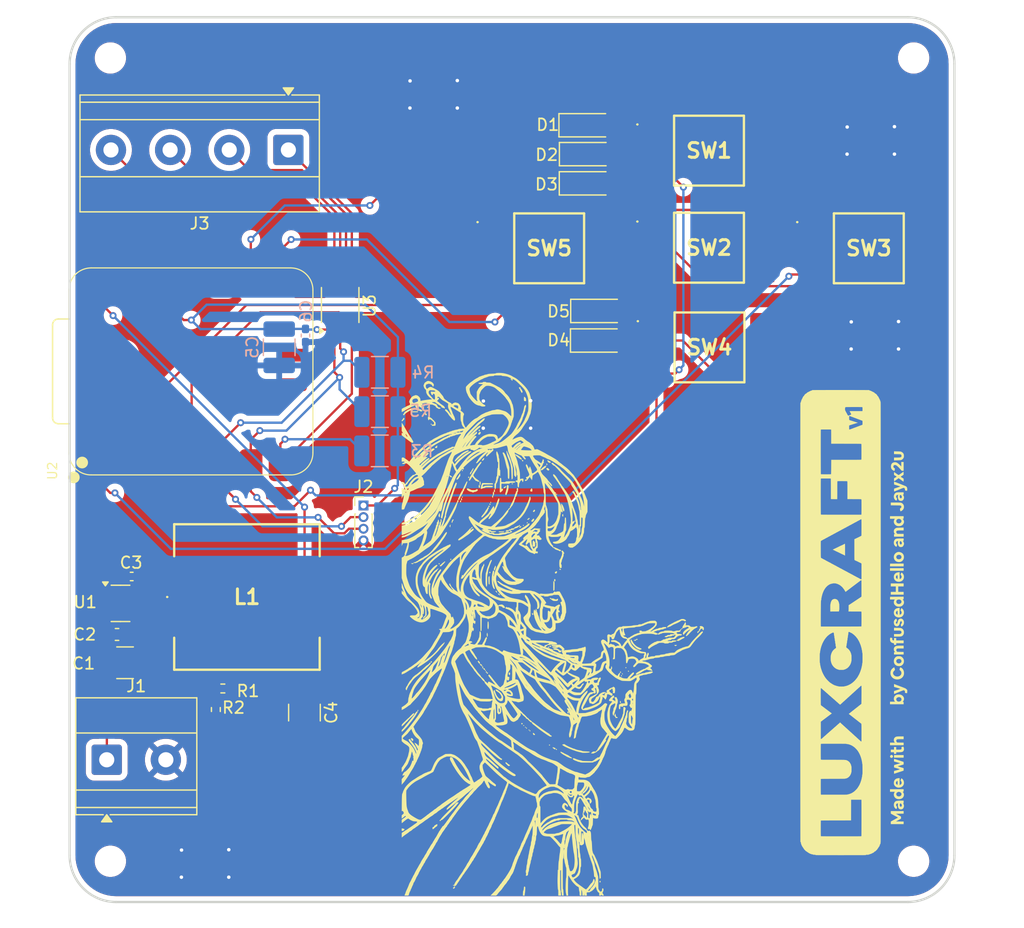
<source format=kicad_pcb>
(kicad_pcb (version 20241229) (generator "pcbnew") (generator_version "9.0")
  (layers (0 "F.Cu" signal) (2 "B.Cu" signal) (13 "F.Paste" user) (15 "B.Paste" user) (5 "F.SilkS" user "F.Silkscreen") (7 "B.SilkS" user "B.Silkscreen") (1 "F.Mask" user) (3 "B.Mask" user) (25 "Edge.Cuts" user))
  (net 0 "")
  (net 1 "48V")
  (net 2 "GND")
  (net 3 "Net-(U1-SW)")
  (net 4 "Net-(U1-CB)")
  (net 5 "5V")
  (net 6 "3V")
  (net 7 "ROW_1")
  (net 8 "Net-(D1-A)")
  (net 9 "Net-(D2-A)")
  (net 10 "Net-(D3-A)")
  (net 11 "Net-(D4-A)")
  (net 12 "ROW_2")
  (net 13 "Net-(D5-A)")
  (net 14 "VOUTA")
  (net 15 "VOUTD")
  (net 16 "VOUTB")
  (net 17 "VOUTC")
  (net 18 "Net-(U1-FB)")
  (net 19 "RDY{slash}~{BSY}")
  (net 20 "SDA")
  (net 21 "SCL")
  (net 23 "COL_1")
  (net 25 "COL_2")
  (net 28 "COL_3")
  (net 38 "~{LDAC}")
  (footprint "Connector_PinHeader_1.00mm:PinHeader_1x04_P1.00mm_Vertical" (layer "F.Cu") (at 40.24 57.94)
    (property "Reference" "J2" (at 0 -1.61 0) (layer "F.SilkS"))
    (property "Value" "OLED")
    (pad "1" thru_hole rect (at 0 0) (size 0.85 0.85) (drill 0.5) (layers "*.Cu" "*.Mask") (net 6 "3V"))
    (pad "2" thru_hole circle (at 0 1) (size 0.85 0.85) (drill 0.5) (layers "*.Cu" "*.Mask") (net 20 "SDA"))
    (pad "3" thru_hole circle (at 0 2) (size 0.85 0.85) (drill 0.5) (layers "*.Cu" "*.Mask") (net 21 "SCL"))
    (pad "4" thru_hole circle (at 0 3) (size 0.85 0.85) (drill 0.5) (layers "*.Cu" "*.Mask") (net 2 "GND"))
  )
  (footprint "footprints:TS046695BK100SMT" (layer "F.Cu") (at 69.96 44.36)
    (property "Reference" "SW4" (at 0 0 0) (layer "F.SilkS") (effects (font (size 1.27 1.27) (thickness 0.254))))
    (property "Value" "Button" (hide yes))
    (pad "1" smd rect (at -4.55 -2.25 90) (size 1.4 2.1) (layers "F.Cu" "F.Mask" "F.Paste"))
    (pad "2" smd rect (at -4.55 2.25 90) (size 1.4 2.1) (layers "F.Cu" "F.Mask" "F.Paste") (net 23 "COL_1"))
    (pad "3" smd rect (at 4.55 -2.25 90) (size 1.4 2.1) (layers "F.Cu" "F.Mask" "F.Paste"))
    (pad "4" smd rect (at 4.55 2.25 90) (size 1.4 2.1) (layers "F.Cu" "F.Mask" "F.Paste") (net 11 "Net-(D4-A)"))
  )
  (footprint "TerminalBlock_Phoenix:TerminalBlock_Phoenix_MKDS-1,5-4-5.08_1x04_P5.08mm_Horizontal" (layer "F.Cu") (at 33.79 27.4 180)
    (property "Reference" "J3" (at 7.62 -6.32 0) (layer "F.SilkS"))
    (property "Value" "RGBW Control")
    (pad "1" thru_hole roundrect (at 0 0 180) (size 2.6 2.6) (drill 1.3) (layers "*.Cu" "*.Mask") (roundrect_rratio 0.096154) (net 14 "VOUTA"))
    (pad "2" thru_hole circle (at 5.08 0 180) (size 2.6 2.6) (drill 1.3) (layers "*.Cu" "*.Mask") (net 16 "VOUTB"))
    (pad "3" thru_hole circle (at 10.16 0 180) (size 2.6 2.6) (drill 1.3) (layers "*.Cu" "*.Mask") (net 17 "VOUTC"))
    (pad "4" thru_hole circle (at 15.24 0 180) (size 2.6 2.6) (drill 1.3) (layers "*.Cu" "*.Mask") (net 15 "VOUTD"))
  )
  (footprint "MountingHole:MountingHole_2.2mm_M2" (layer "F.Cu") (at 18.5 88.5)
    (property "Reference" "REF**" (hide yes))
    (property "Value" "MountingHole_2.2mm_M2")
    (pad "" np_thru_hole circle (at 0 0) (size 2.2 2.2) (drill 2.2) (layers "*.Cu" "*.Mask"))
  )
  (footprint "Resistor_SMD:R_0402_1005Metric_Pad0.72x0.64mm_HandSolder" (layer "F.Cu") (at 28.16 73.66 180)
    (property "Reference" "R1" (at -2.16 -0.22 0) (layer "F.SilkS"))
    (property "Value" "100kΩ")
    (pad "1" smd roundrect (at -0.5975 0 180) (size 0.715 0.64) (layers "F.Cu" "F.Mask" "F.Paste") (net 5 "5V"))
    (pad "2" smd roundrect (at 0.5975 0 180) (size 0.715 0.64) (layers "F.Cu" "F.Mask" "F.Paste") (net 18 "Net-(U1-FB)"))
  )
  (footprint "MountingHole:MountingHole_2.2mm_M2" (layer "F.Cu") (at 87.5 19.5)
    (property "Reference" "REF**" (hide yes))
    (property "Value" "MountingHole_2.2mm_M2")
    (pad "" np_thru_hole circle (at 0 0) (size 2.2 2.2) (drill 2.2) (layers "*.Cu" "*.Mask"))
  )
  (footprint "LOGO" (layer "F.Cu") (at 81.2 68)
    (property "Reference" "G***" (hide yes))
    (property "Value" "LOGO" (hide yes))
  )
  (footprint "MountingHole:MountingHole_2.2mm_M2" (layer "F.Cu") (at 18.5 19.5)
    (property "Reference" "REF**" (hide yes))
    (property "Value" "MountingHole_2.2mm_M2")
    (pad "" np_thru_hole circle (at 0 0) (size 2.2 2.2) (drill 2.2) (layers "*.Cu" "*.Mask"))
  )
  (footprint "TerminalBlock_Phoenix:TerminalBlock_Phoenix_MKDS-1,5-2-5.08_1x02_P5.08mm_Horizontal" (layer "F.Cu") (at 18.185 79.7825)
    (property "Reference" "J1" (at 2.54 -6.32 0) (layer "F.SilkS"))
    (property "Value" "Power")
    (pad "1" thru_hole roundrect (at 0 0) (size 2.6 2.6) (drill 1.3) (layers "*.Cu" "*.Mask") (roundrect_rratio 0.096154) (net 1 "48V"))
    (pad "2" thru_hole circle (at 5.08 0) (size 2.6 2.6) (drill 1.3) (layers "*.Cu" "*.Mask") (net 2 "GND"))
  )
  (footprint "LOGO" (layer "F.Cu") (at 57.000409 67.491122)
    (property "Reference" "G***" (hide yes))
    (property "Value" "LOGO" (hide yes))
  )
  (footprint "footprints:TS046695BK100SMT" (layer "F.Cu") (at 69.92 35.8)
    (property "Reference" "SW2" (at 0 0 0) (layer "F.SilkS") (effects (font (size 1.27 1.27) (thickness 0.254))))
    (property "Value" "Button" (hide yes))
    (pad "1" smd rect (at -4.55 -2.25 90) (size 1.4 2.1) (layers "F.Cu" "F.Mask" "F.Paste"))
    (pad "2" smd rect (at -4.55 2.25 90) (size 1.4 2.1) (layers "F.Cu" "F.Mask" "F.Paste") (net 25 "COL_2"))
    (pad "3" smd rect (at 4.55 -2.25 90) (size 1.4 2.1) (layers "F.Cu" "F.Mask" "F.Paste"))
    (pad "4" smd rect (at 4.55 2.25 90) (size 1.4 2.1) (layers "F.Cu" "F.Mask" "F.Paste") (net 9 "Net-(D2-A)"))
  )
  (footprint "Package_SO:MSOP-10_3x3mm_P0.5mm" (layer "F.Cu") (at 38.24 40.72 90)
    (property "Reference" "U3" (at -0.07 2.53 90) (layer "F.SilkS"))
    (property "Value" "MCP4728")
    (pad "1" smd roundrect (at -2.1125 -1 90) (size 1.625 0.35) (layers "F.Cu" "F.Mask" "F.Paste") (net 6 "3V"))
    (pad "2" smd roundrect (at -2.1125 -0.5 90) (size 1.625 0.35) (layers "F.Cu" "F.Mask" "F.Paste") (net 21 "SCL"))
    (pad "3" smd roundrect (at -2.1125 0 90) (size 1.625 0.35) (layers "F.Cu" "F.Mask" "F.Paste") (net 20 "SDA"))
    (pad "4" smd roundrect (at -2.1125 0.5 90) (size 1.625 0.35) (layers "F.Cu" "F.Mask" "F.Paste") (net 38 "~{LDAC}"))
    (pad "5" smd roundrect (at -2.1125 1 90) (size 1.625 0.35) (layers "F.Cu" "F.Mask" "F.Paste") (net 19 "RDY{slash}~{BSY}"))
    (pad "6" smd roundrect (at 2.1125 1 90) (size 1.625 0.35) (layers "F.Cu" "F.Mask" "F.Paste") (net 14 "VOUTA"))
    (pad "7" smd roundrect (at 2.1125 0.5 90) (size 1.625 0.35) (layers "F.Cu" "F.Mask" "F.Paste") (net 16 "VOUTB"))
    (pad "8" smd roundrect (at 2.1125 0 90) (size 1.625 0.35) (layers "F.Cu" "F.Mask" "F.Paste") (net 17 "VOUTC"))
    (pad "9" smd roundrect (at 2.1125 -0.5 90) (size 1.625 0.35) (layers "F.Cu" "F.Mask" "F.Paste") (net 15 "VOUTD"))
    (pad "10" smd roundrect (at 2.1125 -1 90) (size 1.625 0.35) (layers "F.Cu" "F.Mask" "F.Paste") (net 2 "GND"))
  )
  (footprint "footprints:TS046695BK100SMT" (layer "F.Cu") (at 56.19 35.85)
    (property "Reference" "SW5" (at 0 0 0) (layer "F.SilkS") (effects (font (size 1.27 1.27) (thickness 0.254))))
    (property "Value" "Button" (hide yes))
    (pad "1" smd rect (at -4.55 -2.25 90) (size 1.4 2.1) (layers "F.Cu" "F.Mask" "F.Paste"))
    (pad "2" smd rect (at -4.55 2.25 90) (size 1.4 2.1) (layers "F.Cu" "F.Mask" "F.Paste") (net 25 "COL_2"))
    (pad "3" smd rect (at 4.55 -2.25 90) (size 1.4 2.1) (layers "F.Cu" "F.Mask" "F.Paste"))
    (pad "4" smd rect (at 4.55 2.25 90) (size 1.4 2.1) (layers "F.Cu" "F.Mask" "F.Paste") (net 13 "Net-(D5-A)"))
  )
  (footprint "footprints:XIAO-RP2040-SMD" (layer "F.Cu") (at 25.48 46.48 90)
    (property "Reference" "U2" (at -9.335 -11.5 90) (layer "F.SilkS") (effects (font (size 0.78232 0.78232) (thickness 0.10668)) (justify left bottom)))
    (property "Value" "XIAO-RP2040-SMD")
    (pad "1" smd roundrect (at -8 -7.62 90) (size 2.75 2) (layers "F.Cu" "F.Mask" "F.Paste") (net 23 "COL_1"))
    (pad "2" smd roundrect (at -8 -5.08 90) (size 2.75 2) (layers "F.Cu" "F.Mask" "F.Paste") (net 25 "COL_2"))
    (pad "3" smd roundrect (at -8 -2.54 90) (size 2.75 2) (layers "F.Cu" "F.Mask" "F.Paste") (net 28 "COL_3"))
    (pad "4" smd roundrect (at -8 0 90) (size 2.75 2) (layers "F.Cu" "F.Mask" "F.Paste") (net 38 "~{LDAC}"))
    (pad "5" smd roundrect (at -8 2.54 90) (size 2.75 2) (layers "F.Cu" "F.Mask" "F.Paste") (net 20 "SDA"))
    (pad "6" smd roundrect (at -8 5.08 90) (size 2.75 2) (layers "F.Cu" "F.Mask" "F.Paste") (net 21 "SCL"))
    (pad "7" smd roundrect (at -8 7.62 90) (size 2.75 2) (layers "F.Cu" "F.Mask" "F.Paste") (net 19 "RDY{slash}~{BSY}"))
    (pad "8" smd roundrect (at 8.165 7.62 90) (size 2.75 2) (layers "F.Cu" "F.Mask" "F.Paste") (net 12 "ROW_2"))
    (pad "9" smd roundrect (at 8.165 5.08 90) (size 2.75 2) (layers "F.Cu" "F.Mask" "F.Paste") (net 7 "ROW_1"))
    (pad "10" smd roundrect (at 8.165 2.54 90) (size 2.75 2) (layers "F.Cu" "F.Mask" "F.Paste"))
    (pad "11" smd roundrect (at 8.165 0 90) (size 2.75 2) (layers "F.Cu" "F.Mask" "F.Paste"))
    (pad "12" smd roundrect (at 8.165 -2.54 90) (size 2.75 2) (layers "F.Cu" "F.Mask" "F.Paste") (net 6 "3V"))
    (pad "13" smd roundrect (at 8.165 -5.08 90) (size 2.75 2) (layers "F.Cu" "F.Mask" "F.Paste") (net 2 "GND"))
    (pad "14" smd roundrect (at 8.165 -7.62 90) (size 2.75 2) (layers "F.Cu" "F.Mask" "F.Paste") (net 5 "5V"))
    (pad "15" smd roundrect (at -1.088 8.64) (size 2.5 1.1) (layers "F.Cu" "F.Mask" "F.Paste"))
    (pad "16" smd roundrect (at 1.452 8.64) (size 2.5 1.1) (layers "F.Cu" "F.Mask" "F.Paste"))
    (pad "17" smd circle (at -1.088 -8.378 90) (size 1.7 1.7) (layers "F.Cu" "F.Mask" "F.Paste"))
    (pad "18" smd circle (at 1.452 -8.378 90) (size 1.7 1.7) (layers "F.Cu" "F.Mask" "F.Paste"))
    (pad "19" smd circle (at -1.088 -5.838 90) (size 1.7 1.7) (layers "F.Cu" "F.Mask" "F.Paste"))
    (pad "20" smd circle (at 1.452 -5.838 90) (size 1.7 1.7) (layers "F.Cu" "F.Mask" "F.Paste"))
  )
  (footprint "LOGO" (layer "F.Cu") (at 86.2 76.5 90)
    (property "Reference" "G***" (hide yes))
    (property "Value" "LOGO" (hide yes))
  )
  (footprint "MountingHole:MountingHole_2.2mm_M2" (layer "F.Cu") (at 87.5 88.5)
    (property "Reference" "REF**" (hide yes))
    (property "Value" "MountingHole_2.2mm_M2")
    (pad "" np_thru_hole circle (at 0 0) (size 2.2 2.2) (drill 2.2) (layers "*.Cu" "*.Mask"))
  )
  (footprint "Capacitor_SMD:C_1210_3225Metric_Pad1.33x2.70mm_HandSolder" (layer "F.Cu") (at 35.17 75.73 -90)
    (property "Reference" "C4" (at 0 -2.3 90) (layer "F.SilkS"))
    (property "Value" "10μF")
    (pad "1" smd roundrect (at -1.5625 0 270) (size 1.325 2.7) (layers "F.Cu" "F.Mask" "F.Paste") (roundrect_rratio 0.188679) (net 5 "5V"))
    (pad "2" smd roundrect (at 1.5625 0 270) (size 1.325 2.7) (layers "F.Cu" "F.Mask" "F.Paste") (roundrect_rratio 0.188679) (net 2 "GND"))
  )
  (footprint "Diode_SMD:D_SOD-123" (layer "F.Cu") (at 60.38 43.77)
    (property "Reference" "D4" (at -3.37 -0.03 0) (layer "F.SilkS"))
    (property "Value" "1N4148W")
    (pad "1" smd roundrect (at -1.65 0) (size 0.9 1.2) (layers "F.Cu" "F.Mask" "F.Paste") (net 12 "ROW_2"))
    (pad "2" smd roundrect (at 1.65 0) (size 0.9 1.2) (layers "F.Cu" "F.Mask" "F.Paste") (net 11 "Net-(D4-A)"))
  )
  (footprint "Diode_SMD:D_SOD-123" (layer "F.Cu") (at 59.42 30.27)
    (property "Reference" "D3" (at -3.4625 0.09 0) (layer "F.SilkS"))
    (property "Value" "1N4148W")
    (pad "1" smd roundrect (at -1.65 0) (size 0.9 1.2) (layers "F.Cu" "F.Mask" "F.Paste") (net 7 "ROW_1"))
    (pad "2" smd roundrect (at 1.65 0) (size 0.9 1.2) (layers "F.Cu" "F.Mask" "F.Paste") (net 10 "Net-(D3-A)"))
  )
  (footprint "Package_TO_SOT_SMD:SOT-23-6" (layer "F.Cu") (at 19.37 66.35)
    (property "Reference" "U1" (at -3.03 -0.11 0) (layer "F.SilkS"))
    (property "Value" "LMR51430")
    (pad "1" smd roundrect (at -1.1375 -0.95) (size 1.325 0.6) (layers "F.Cu" "F.Mask" "F.Paste") (net 2 "GND"))
    (pad "2" smd roundrect (at -1.1375 0) (size 1.325 0.6) (layers "F.Cu" "F.Mask" "F.Paste") (net 3 "Net-(U1-SW)"))
    (pad "3" smd roundrect (at -1.1375 0.95) (size 1.325 0.6) (layers "F.Cu" "F.Mask" "F.Paste") (net 1 "48V"))
    (pad "4" smd roundrect (at 1.1375 0.95) (size 1.325 0.6) (layers "F.Cu" "F.Mask" "F.Paste") (net 18 "Net-(U1-FB)"))
    (pad "5" smd roundrect (at 1.1375 0) (size 1.325 0.6) (layers "F.Cu" "F.Mask" "F.Paste") (net 1 "48V"))
    (pad "6" smd roundrect (at 1.1375 -0.95) (size 1.325 0.6) (layers "F.Cu" "F.Mask" "F.Paste") (net 4 "Net-(U1-CB)"))
  )
  (footprint "LOGO" (layer "F.Cu") (at 68.4 58.1)
    (property "Reference" "G***" (hide yes))
    (property "Value" "LOGO" (hide yes))
  )
  (footprint "Capacitor_SMD:C_1210_3225Metric_Pad1.33x2.70mm_HandSolder" (layer "F.Cu") (at 19.76 71.45)
    (property "Reference" "C1" (at -3.55 0.06 0) (layer "F.SilkS"))
    (property "Value" "4.7μF")
    (pad "1" smd roundrect (at -1.5625 0) (size 1.325 2.7) (layers "F.Cu" "F.Mask" "F.Paste") (roundrect_rratio 0.188679) (net 1 "48V"))
    (pad "2" smd roundrect (at 1.5625 0) (size 1.325 2.7) (layers "F.Cu" "F.Mask" "F.Paste") (roundrect_rratio 0.188679) (net 2 "GND"))
  )
  (footprint "Capacitor_SMD:C_0603_1608Metric_Pad1.08x0.95mm_HandSolder" (layer "F.Cu") (at 19.07 69.02)
    (property "Reference" "C2" (at -2.77 0 0) (layer "F.SilkS"))
    (property "Value" "100nF")
    (pad "1" smd roundrect (at -0.8625 0) (size 1.075 0.95) (layers "F.Cu" "F.Mask" "F.Paste") (net 1 "48V"))
    (pad "2" smd roundrect (at 0.8625 0) (size 1.075 0.95) (layers "F.Cu" "F.Mask" "F.Paste") (net 2 "GND"))
  )
  (footprint "Diode_SMD:D_SOD-123" (layer "F.Cu") (at 59.43 27.76)
    (property "Reference" "D2" (at -3.45 0.06 0) (layer "F.SilkS"))
    (property "Value" "1N4148W")
    (pad "1" smd roundrect (at -1.65 0) (size 0.9 1.2) (layers "F.Cu" "F.Mask" "F.Paste") (net 7 "ROW_1"))
    (pad "2" smd roundrect (at 1.65 0) (size 0.9 1.2) (layers "F.Cu" "F.Mask" "F.Paste") (net 9 "Net-(D2-A)"))
  )
  (footprint "footprints:TS046695BK100SMT" (layer "F.Cu") (at 83.65 35.85)
    (property "Reference" "SW3" (at 0 0 0) (layer "F.SilkS") (effects (font (size 1.27 1.27) (thickness 0.254))))
    (property "Value" "Button" (hide yes))
    (pad "1" smd rect (at -4.55 -2.25 90) (size 1.4 2.1) (layers "F.Cu" "F.Mask" "F.Paste"))
    (pad "2" smd rect (at -4.55 2.25 90) (size 1.4 2.1) (layers "F.Cu" "F.Mask" "F.Paste") (net 28 "COL_3"))
    (pad "3" smd rect (at 4.55 -2.25 90) (size 1.4 2.1) (layers "F.Cu" "F.Mask" "F.Paste"))
    (pad "4" smd rect (at 4.55 2.25 90) (size 1.4 2.1) (layers "F.Cu" "F.Mask" "F.Paste") (net 10 "Net-(D3-A)"))
  )
  (footprint "footprints:IFDC5050JZER470M" (layer "F.Cu") (at 30.23 65.8)
    (property "Reference" "L1" (at 0 0 0) (layer "F.SilkS") (effects (font (size 1.27 1.27) (thickness 0.254))))
    (property "Value" "47μH" (hide yes))
    (pad "1" smd rect (at -4.95 0) (size 2.9 5.4) (layers "F.Cu" "F.Mask" "F.Paste") (net 3 "Net-(U1-SW)"))
    (pad "2" smd rect (at 4.95 0) (size 2.9 5.4) (layers "F.Cu" "F.Mask" "F.Paste") (net 5 "5V"))
  )
  (footprint "Capacitor_SMD:C_0402_1005Metric_Pad0.74x0.62mm_HandSolder" (layer "F.Cu") (at 20.33 64.04)
    (property "Reference" "C3" (at -0.05 -1.19 0) (layer "F.SilkS"))
    (property "Value" "100nF")
    (pad "1" smd roundrect (at -0.5675 0) (size 0.735 0.62) (layers "F.Cu" "F.Mask" "F.Paste") (net 4 "Net-(U1-CB)"))
    (pad "2" smd roundrect (at 0.5675 0) (size 0.735 0.62) (layers "F.Cu" "F.Mask" "F.Paste") (net 3 "Net-(U1-SW)"))
  )
  (footprint "Resistor_SMD:R_0402_1005Metric_Pad0.72x0.64mm_HandSolder" (layer "F.Cu") (at 27.56 75.4675 -90)
    (property "Reference" "R2" (at -0.16 -1.52 180) (layer "F.SilkS"))
    (property "Value" "19.1kΩ")
    (pad "1" smd roundrect (at -0.5975 0 270) (size 0.715 0.64) (layers "F.Cu" "F.Mask" "F.Paste") (net 18 "Net-(U1-FB)"))
    (pad "2" smd roundrect (at 0.5975 0 270) (size 0.715 0.64) (layers "F.Cu" "F.Mask" "F.Paste") (net 2 "GND"))
  )
  (footprint "LOGO" (layer "F.Cu") (at 86.2 69.3)
    (property "Reference" "G***" (hide yes))
    (property "Value" "LOGO" (hide yes))
  )
  (footprint "Diode_SMD:D_SOD-123" (layer "F.Cu") (at 60.4 41.23)
    (property "Reference" "D5" (at -3.4 0.04 0) (layer "F.SilkS"))
    (property "Value" "1N4148W")
    (pad "1" smd roundrect (at -1.65 0) (size 0.9 1.2) (layers "F.Cu" "F.Mask" "F.Paste") (net 12 "ROW_2"))
    (pad "2" smd roundrect (at 1.65 0) (size 0.9 1.2) (layers "F.Cu" "F.Mask" "F.Paste") (net 13 "Net-(D5-A)"))
  )
  (footprint "Diode_SMD:D_SOD-123" (layer "F.Cu") (at 59.39 25.28)
    (property "Reference" "D1" (at -3.32 -0.04 0) (layer "F.SilkS"))
    (property "Value" "1N4148W")
    (pad "1" smd roundrect (at -1.65 0) (size 0.9 1.2) (layers "F.Cu" "F.Mask" "F.Paste") (net 7 "ROW_1"))
    (pad "2" smd roundrect (at 1.65 0) (size 0.9 1.2) (layers "F.Cu" "F.Mask" "F.Paste") (net 8 "Net-(D1-A)"))
  )
  (footprint "footprints:TS046695BK100SMT" (layer "F.Cu") (at 69.92 27.46)
    (property "Reference" "SW1" (at 0 0 0) (layer "F.SilkS") (effects (font (size 1.27 1.27) (thickness 0.254))))
    (property "Value" "Button" (hide yes))
    (pad "1" smd rect (at -4.55 -2.25 90) (size 1.4 2.1) (layers "F.Cu" "F.Mask" "F.Paste"))
    (pad "2" smd rect (at -4.55 2.25 90) (size 1.4 2.1) (layers "F.Cu" "F.Mask" "F.Paste") (net 23 "COL_1"))
    (pad "3" smd rect (at 4.55 -2.25 90) (size 1.4 2.1) (layers "F.Cu" "F.Mask" "F.Paste"))
    (pad "4" smd rect (at 4.55 2.25 90) (size 1.4 2.1) (layers "F.Cu" "F.Mask" "F.Paste") (net 8 "Net-(D1-A)"))
  )
  (footprint "Capacitor_SMD:C_0402_1005Metric_Pad0.74x0.62mm_HandSolder" (layer "B.Cu") (at 35.26 43.34 -90)
    (property "Reference" "C6" (at -2.09 -0.05 90) (layer "B.SilkS") (effects (justify mirror)))
    (property "Value" "100nF")
    (pad "1" smd roundrect (at -0.5675 0 270) (size 0.735 0.62) (layers "B.Cu" "B.Mask" "B.Paste") (net 6 "3V"))
    (pad "2" smd roundrect (at 0.5675 0 270) (size 0.735 0.62) (layers "B.Cu" "B.Mask" "B.Paste") (net 2 "GND"))
  )
  (footprint "Resistor_SMD:R_1210_3225Metric_Pad1.30x2.65mm_HandSolder" (layer "B.Cu") (at 41.65 49.88 180)
    (property "Reference" "R5" (at -3.49 0.07 0) (layer "B.SilkS") (effects (justify mirror)))
    (property "Value" "4.7kΩ")
    (pad "1" smd roundrect (at -1.55 0 180) (size 1.3 2.65) (layers "B.Cu" "B.Mask" "B.Paste") (roundrect_rratio 0.192308) (net 6 "3V"))
    (pad "2" smd roundrect (at 1.55 0 180) (size 1.3 2.65) (layers "B.Cu" "B.Mask" "B.Paste") (roundrect_rratio 0.192308) (net 21 "SCL"))
  )
  (footprint "Resistor_SMD:R_1210_3225Metric_Pad1.30x2.65mm_HandSolder" (layer "B.Cu") (at 41.65 46.5 180)
    (property "Reference" "R4" (at -3.72 -0.02 0) (layer "B.SilkS") (effects (justify mirror)))
    (property "Value" "4.7kΩ")
    (pad "1" smd roundrect (at -1.55 0 180) (size 1.3 2.65) (layers "B.Cu" "B.Mask" "B.Paste") (roundrect_rratio 0.192308) (net 6 "3V"))
    (pad "2" smd roundrect (at 1.55 0 180) (size 1.3 2.65) (layers "B.Cu" "B.Mask" "B.Paste") (roundrect_rratio 0.192308) (net 20 "SDA"))
  )
  (footprint "Resistor_SMD:R_1210_3225Metric_Pad1.30x2.65mm_HandSolder" (layer "B.Cu") (at 41.64 53.25 180)
    (property "Reference" "R3" (at -3.62 -0.03 0) (layer "B.SilkS") (effects (justify mirror)))
    (property "Value" "100kΩ")
    (pad "1" smd roundrect (at -1.55 0 180) (size 1.3 2.65) (layers "B.Cu" "B.Mask" "B.Paste") (roundrect_rratio 0.192308) (net 6 "3V"))
    (pad "2" smd roundrect (at 1.55 0 180) (size 1.3 2.65) (layers "B.Cu" "B.Mask" "B.Paste") (roundrect_rratio 0.192308) (net 19 "RDY{slash}~{BSY}"))
  )
  (footprint "Capacitor_SMD:C_1210_3225Metric_Pad1.33x2.70mm_HandSolder" (layer "B.Cu") (at 33 44.35 -90)
    (property "Reference" "C5" (at 0 2.3 90) (layer "B.SilkS") (effects (justify mirror)))
    (property "Value" "10μF")
    (pad "1" smd roundrect (at -1.5625 0 270) (size 1.325 2.7) (layers "B.Cu" "B.Mask" "B.Paste") (roundrect_rratio 0.188679) (net 6 "3V"))
    (pad "2" smd roundrect (at 1.5625 0 270) (size 1.325 2.7) (layers "B.Cu" "B.Mask" "B.Paste") (roundrect_rratio 0.188679) (net 2 "GND"))
  )
  (gr_line (start 19 16) (end 87 16) (stroke (width 0.2)) (layer "Edge.Cuts"))
  (gr_line (start 91 20) (end 91 88) (stroke (width 0.2)) (layer "Edge.Cuts"))
  (gr_arc (start 87 16) (mid 89.828427 17.171573) (end 91 20) (stroke (width 0.2)) (layer "Edge.Cuts"))
  (gr_arc (start 91 88) (mid 89.828427 90.828427) (end 87 92) (stroke (width 0.2)) (layer "Edge.Cuts"))
  (gr_line (start 87 92) (end 19 92) (stroke (width 0.2)) (layer "Edge.Cuts"))
  (gr_arc (start 15 20) (mid 16.171573 17.171573) (end 19 16) (stroke (width 0.2)) (layer "Edge.Cuts"))
  (gr_arc (start 19 92) (mid 16.171573 90.828427) (end 15 88) (stroke (width 0.2)) (layer "Edge.Cuts"))
  (gr_line (start 15 88) (end 15 20) (stroke (width 0.2)) (layer "Edge.Cuts"))
  (segment (start 18.2075 71.44) (end 18.1975 71.45) (width 0.2) (layer "F.Cu") (net 1))
  (segment (start 19.78 66.35) (end 18.83 67.3) (width 0.2) (layer "F.Cu") (net 1))
  (segment (start 20.5075 66.35) (end 19.78 66.35) (width 0.2) (layer "F.Cu") (net 1))
  (segment (start 18.83 67.3) (end 18.2325 67.3) (width 0.2) (layer "F.Cu") (net 1))
  (segment (start 18.1975 71.45) (end 18.1975 79.77) (width 0.2) (layer "F.Cu") (net 1))
  (segment (start 18.2075 69.02) (end 18.2075 71.44) (width 0.2) (layer "F.Cu") (net 1))
  (segment (start 18.2075 67.325) (end 18.2325 67.3) (width 0.2) (layer "F.Cu") (net 1))
  (segment (start 18.1975 79.77) (end 18.185 79.7825) (width 0.2) (layer "F.Cu") (net 1))
  (segment (start 18.2075 69.02) (end 18.2075 67.325) (width 0.2) (layer "F.Cu") (net 1))
  (segment (start 20.4 36.17) (end 21.45 35.12) (width 0.2) (layer "F.Cu") (net 2))
  (segment (start 37.24 38.6075) (end 36.3875 38.6075) (width 0.2) (layer "F.Cu") (net 2))
  (segment (start 36.3875 38.6075) (end 36.28 38.5) (width 0.2) (layer "F.Cu") (net 2))
  (segment (start 20.4 38.315) (end 20.4 36.17) (width 0.2) (layer "F.Cu") (net 2))
  (segment (start 20.4 38.315) (end 20.4 40.79) (width 0.2) (layer "F.Cu") (net 2))
  (segment (start 20.4 40.79) (end 21.39 41.78) (width 0.2) (layer "F.Cu") (net 2))
  (via (at 44.24 21.47) (size 0.6) (drill 0.3) (layers "F.Cu" "B.Cu") (net 2))
  (via (at 48.3 23.8) (size 0.6) (drill 0.3) (layers "F.Cu" "B.Cu") (net 2))
  (via (at 86.2 44.5) (size 0.6) (drill 0.3) (layers "F.Cu" "B.Cu") (net 2))
  (via (at 81.78 27.76) (size 0.6) (drill 0.3) (layers "F.Cu" "B.Cu") (net 2))
  (via (at 82.13 44.5) (size 0.6) (drill 0.3) (layers "F.Cu" "B.Cu") (net 2))
  (via (at 48.3 21.44) (size 0.6) (drill 0.3) (layers "F.Cu" "B.Cu") (net 2))
  (via (at 85.85 27.76) (size 0.6) (drill 0.3) (layers "F.Cu" "B.Cu") (net 2))
  (via (at 54.6 48.94) (size 0.6) (drill 0.3) (layers "F.Cu" "B.Cu") (net 2))
  (via (at 50.54 48.97) (size 0.6) (drill 0.3) (layers "F.Cu" "B.Cu") (net 2))
  (via (at 24.61 87.54) (size 0.6) (drill 0.3) (layers "F.Cu" "B.Cu") (net 2))
  (via (at 24.6 89.87) (size 0.6) (drill 0.3) (layers "F.Cu" "B.Cu") (net 2))
  (via (at 85.85 25.4) (size 0.6) (drill 0.3) (layers "F.Cu" "B.Cu") (net 2))
  (via (at 81.79 25.43) (size 0.6) (drill 0.3) (layers "F.Cu" "B.Cu") (net 2))
  (via (at 82.14 42.17) (size 0.6) (drill 0.3) (layers "F.Cu" "B.Cu") (net 2))
  (via (at 50.53 51.3) (size 0.6) (drill 0.3) (layers "F.Cu" "B.Cu") (net 2))
  (via (at 28.67 87.51) (size 0.6) (drill 0.3) (layers "F.Cu" "B.Cu") (net 2))
  (via (at 86.2 42.14) (size 0.6) (drill 0.3) (layers "F.Cu" "B.Cu") (net 2))
  (via (at 44.23 23.8) (size 0.6) (drill 0.3) (layers "F.Cu" "B.Cu") (net 2))
  (via (at 28.67 89.87) (size 0.6) (drill 0.3) (layers "F.Cu" "B.Cu") (net 2))
  (via (at 54.6 51.3) (size 0.6) (drill 0.3) (layers "F.Cu" "B.Cu") (net 2))
  (segment (start 18.2325 66.35) (end 18.894999 66.35) (width 0.2) (layer "F.Cu") (net 3))
  (segment (start 20.4 63.22) (end 20.8975 63.7175) (width 0.2) (layer "F.Cu") (net 3))
  (segment (start 18.88 64.52) (end 18.88 63.6) (width 0.2) (layer "F.Cu") (net 3))
  (segment (start 23.52 64.04) (end 25.28 65.8) (width 0.2) (layer "F.Cu") (net 3))
  (segment (start 19.44 65.804999) (end 19.44 65.08) (width 0.2) (layer "F.Cu") (net 3))
  (segment (start 20.8975 63.7175) (end 20.8975 64.04) (width 0.2) (layer "F.Cu") (net 3))
  (segment (start 18.88 63.6) (end 19.26 63.22) (width 0.2) (layer "F.Cu") (net 3))
  (segment (start 19.44 65.08) (end 18.88 64.52) (width 0.2) (layer "F.Cu") (net 3))
  (segment (start 18.894999 66.35) (end 19.44 65.804999) (width 0.2) (layer "F.Cu") (net 3))
  (segment (start 20.8975 64.04) (end 23.52 64.04) (width 0.2) (layer "F.Cu") (net 3))
  (segment (start 19.26 63.22) (end 20.4 63.22) (width 0.2) (layer "F.Cu") (net 3))
  (segment (start 19.7625 64.3425) (end 19.7625 64.04) (width 0.2) (layer "F.Cu") (net 4))
  (segment (start 20.5075 65.0875) (end 19.7625 64.3425) (width 0.2) (layer "F.Cu") (net 4))
  (segment (start 20.5075 65.4) (end 20.5075 65.0875) (width 0.2) (layer "F.Cu") (net 4))
  (segment (start 18.73 41.63) (end 17.86 40.76) (width 0.2) (layer "F.Cu") (net 5))
  (segment (start 35.18 70.1) (end 35.18 65.8) (width 0.2) (layer "F.Cu") (net 5))
  (segment (start 35.18 74.1475) (end 35.18 70.1) (width 0.2) (layer "F.Cu") (net 5))
  (segment (start 31.62 73.66) (end 35.18 70.1) (width 0.2) (layer "F.Cu") (net 5))
  (segment (start 35.17 74.1575) (end 35.18 74.1475) (width 0.2) (layer "F.Cu") (net 5))
  (segment (start 17.86 40.76) (end 17.86 38.317) (width 0.2) (layer "F.Cu") (net 5))
  (segment (start 35.17 74.1675) (end 35.17 74.1575) (width 0.2) (layer "F.Cu") (net 5))
  (segment (start 35.18 58.08) (end 35.18 65.8) (width 0.2) (layer "F.Cu") (net 5))
  (segment (start 28.7575 73.66) (end 31.62 73.66) (width 0.2) (layer "F.Cu") (net 5))
  (via (at 18.73 41.63) (size 0.6) (drill 0.3) (layers "F.Cu" "B.Cu") (net 5))
  (via (at 35.18 58.08) (size 0.6) (drill 0.3) (layers "F.Cu" "B.Cu") (net 5))
  (segment (start 18.73 41.63) (end 35.18 58.08) (width 0.2) (layer "B.Cu") (net 5))
  (segment (start 22.94 38.317) (end 22.94 40.15) (width 0.2) (layer "F.Cu") (net 6))
  (segment (start 37.24 42.8325) (end 36.2425 42.8325) (width 0.2) (layer "F.Cu") (net 6))
  (segment (start 36.2425 42.8325) (end 36.24 42.83) (width 0.2) (layer "F.Cu") (net 6))
  (segment (start 40.24 57.94) (end 41.45 57.94) (width 0.2) (layer "F.Cu") (net 6))
  (segment (start 22.94 40.15) (end 24.8 42.01) (width 0.2) (layer "F.Cu") (net 6))
  (segment (start 24.8 42.01) (end 25.45 42.01) (width 0.2) (layer "F.Cu") (net 6))
  (segment (start 41.45 57.94) (end 42.92 56.47) (width 0.2) (layer "F.Cu") (net 6))
  (via (at 36.24 42.83) (size 0.6) (drill 0.3) (layers "F.Cu" "B.Cu") (net 6))
  (via (at 25.45 42.01) (size 0.6) (drill 0.3) (layers "F.Cu" "B.Cu") (net 6))
  (via (at 42.92 56.47) (size 0.6) (drill 0.3) (layers "F.Cu" "B.Cu") (net 6))
  (segment (start 26.77 40.69) (end 25.45 42.01) (width 0.2) (layer "B.Cu") (net 6))
  (segment (start 43.2 46.5) (end 43.2 43.48) (width 0.2) (layer "B.Cu") (net 6))
  (segment (start 43.2 43.48) (end 40.41 40.69) (width 0.2) (layer "B.Cu") (net 6))
  (segment (start 26.2275 42.7875) (end 25.45 42.01) (width 0.2) (layer "B.Cu") (net 6))
  (segment (start 35.3175 42.83) (end 35.26 42.7725) (width 0.2) (layer "B.Cu") (net 6))
  (segment (start 33 42.7875) (end 26.2275 42.7875) (width 0.2) (layer "B.Cu") (net 6))
  (segment (start 43.2 49.88) (end 43.2 46.5) (width 0.2) (layer "B.Cu") (net 6))
  (segment (start 36.24 42.83) (end 35.3175 42.83) (width 0.2) (layer "B.Cu") (net 6))
  (segment (start 33.015 42.7725) (end 33 42.7875) (width 0.2) (layer "B.Cu") (net 6))
  (segment (start 43.19 53.25) (end 43.19 49.89) (width 0.2) (layer "B.Cu") (net 6))
  (segment (start 42.92 56.47) (end 43.19 56.2) (width 0.2) (layer "B.Cu") (net 6))
  (segment (start 43.19 49.89) (end 43.2 49.88) (width 0.2) (layer "B.Cu") (net 6))
  (segment (start 43.19 56.2) (end 43.19 53.25) (width 0.2) (layer "B.Cu") (net 6))
  (segment (start 35.26 42.7725) (end 33.015 42.7725) (width 0.2) (layer "B.Cu") (net 6))
  (segment (start 40.41 40.69) (end 26.77 40.69) (width 0.2) (layer "B.Cu") (net 6))
  (segment (start 57.74 27.72) (end 57.78 27.76) (width 0.2) (layer "F.Cu") (net 7))
  (segment (start 57.77 30.27) (end 42.69 30.27) (width 0.2) (layer "F.Cu") (net 7))
  (segment (start 30.56 35.09) (end 30.56 38.315) (width 0.2) (layer "F.Cu") (net 7))
  (segment (start 30.57 35.08) (end 30.56 35.09) (width 0.2) (layer "F.Cu") (net 7))
  (segment (start 57.74 25.28) (end 57.74 27.72) (width 0.2) (layer "F.Cu") (net 7))
  (segment (start 42.69 30.27) (end 40.79 32.17) (width 0.2) (layer "F.Cu") (net 7))
  (segment (start 57.77 30.27) (end 57.77 27.77) (width 0.2) (layer "F.Cu") (net 7))
  (segment (start 57.77 27.77) (end 57.78 27.76) (width 0.2) (layer "F.Cu") (net 7))
  (via (at 30.57 35.08) (size 0.6) (drill 0.3) (layers "F.Cu" "B.Cu") (net 7))
  (via (at 40.79 32.17) (size 0.6) (drill 0.3) (layers "F.Cu" "B.Cu") (net 7))
  (segment (start 33.48 32.17) (end 30.57 35.08) (width 0.2) (layer "B.Cu") (net 7))
  (segment (start 40.79 32.17) (end 33.48 32.17) (width 0.2) (layer "B.Cu") (net 7))
  (segment (start 63.1 27.34) (end 61.04 25.28) (width 0.2) (layer "F.Cu") (net 8))
  (segment (start 69.61 29.71) (end 67.24 27.34) (width 0.2) (layer "F.Cu") (net 8))
  (segment (start 74.47 29.71) (end 69.61 29.71) (width 0.2) (layer "F.Cu") (net 8))
  (segment (start 67.24 27.34) (end 63.1 27.34) (width 0.2) (layer "F.Cu") (net 8))
  (segment (start 74.47 38.05) (end 68.969 32.549) (width 0.2) (layer "F.Cu") (net 9))
  (segment (start 65.869 32.549) (end 61.08 27.76) (width 0.2) (layer "F.Cu") (net 9))
  (segment (start 68.969 32.549) (end 65.869 32.549) (width 0.2) (layer "F.Cu") (net 9))
  (segment (start 62.97 32.17) (end 61.07 30.27) (width 0.2) (layer "F.Cu") (net 10))
  (segment (start 87.199 39.101) (end 69.991 39.101) (width 0.2) (layer "F.Cu") (net 10))
  (segment (start 66.94 36.05) (end 64.7 36.05) (width 0.2) (layer "F.Cu") (net 10))
  (segment (start 88.2 38.1) (end 87.199 39.101) (width 0.2) (layer "F.Cu") (net 10))
  (segment (start 64.7 36.05) (end 62.97 34.32) (width 0.2) (layer "F.Cu") (net 10))
  (segment (start 69.991 39.101) (end 66.94 36.05) (width 0.2) (layer "F.Cu") (net 10))
  (segment (start 62.97 34.32) (end 62.97 32.17) (width 0.2) (layer "F.Cu") (net 10))
  (segment (start 70.5 46.61) (end 67.66 43.77) (width 0.2) (layer "F.Cu") (net 11))
  (segment (start 74.51 46.61) (end 70.5 46.61) (width 0.2) (layer "F.Cu") (net 11))
  (segment (start 67.66 43.77) (end 62.03 43.77) (width 0.2) (layer "F.Cu") (net 11))
  (segment (start 58.73 41.25) (end 58.75 41.23) (width 0.2) (layer "F.Cu") (net 12))
  (segment (start 52.48 41.23) (end 51.53 42.18) (width 0.2) (layer "F.Cu") (net 12))
  (segment (start 58.75 41.23) (end 52.48 41.23) (width 0.2) (layer "F.Cu") (net 12))
  (segment (start 58.73 43.77) (end 58.73 41.25) (width 0.2) (layer "F.Cu") (net 12))
  (segment (start 34.03 35.09) (end 33.1 36.02) (width 0.2) (layer "F.Cu") (net 12))
  (segment (start 33.1 36.02) (end 33.1 38.315) (width 0.2) (layer "F.Cu") (net 12))
  (via (at 34.03 35.09) (size 0.6) (drill 0.3) (layers "F.Cu" "B.Cu") (net 12))
  (via (at 51.53 42.18) (size 0.6) (drill 0.3) (layers "F.Cu" "B.Cu") (net 12))
  (segment (start 40.53 35.09) (end 34.03 35.09) (width 0.2) (layer "B.Cu") (net 12))
  (segment (start 40.94 35.5) (end 40.53 35.09) (width 0.2) (layer "B.Cu") (net 12))
  (segment (start 51.53 42.18) (end 47.62 42.18) (width 0.2) (layer "B.Cu") (net 12))
  (segment (start 47.62 42.18) (end 40.94 35.5) (width 0.2) (layer "B.Cu") (net 12))
  (segment (start 60.74 38.1) (end 60.74 39.92) (width 0.2) (layer "F.Cu") (net 13))
  (segment (start 60.74 39.92) (end 62.05 41.23) (width 0.2) (layer "F.Cu") (net 13))
  (segment (start 39.24 38.6075) (end 39.24 32.85) (width 0.2) (layer "F.Cu") (net 14))
  (segment (start 39.24 32.85) (end 33.79 27.4) (width 0.2) (layer "F.Cu") (net 14))
  (segment (start 21.14 29.99) (end 18.55 27.4) (width 0.2) (layer "F.Cu") (net 15))
  (segment (start 34.5358 29.99) (end 21.14 29.99) (width 0.2) (layer "F.Cu") (net 15))
  (segment (start 37.74 33.1942) (end 34.5358 29.99) (width 0.2) (layer "F.Cu") (net 15))
  (segment (start 37.74 38.6075) (end 37.74 33.1942) (width 0.2) (layer "F.Cu") (net 15))
  (segment (start 38.74 32.9171) (end 34.9529 29.13) (width 0.2) (layer "F.Cu") (net 16))
  (segment (start 34.9529 29.13) (end 30.44 29.13) (width 0.2) (layer "F.Cu") (net 16))
  (segment (start 30.44 29.13) (end 28.71 27.4) (width 0.2) (layer "F.Cu") (net 16))
  (segment (start 38.74 38.6075) (end 38.74 32.9171) (width 0.2) (layer "F.Cu") (net 16))
  (segment (start 34.6829 29.57) (end 25.8 29.57) (width 0.2) (layer "F.Cu") (net 17))
  (segment (start 25.8 29.57) (end 23.63 27.4) (width 0.2) (layer "F.Cu") (net 17))
  (segment (start 38.24 38.6075) (end 38.24 33.1271) (width 0.2) (layer "F.Cu") (net 17))
  (segment (start 38.24 33.1271) (end 34.6829 29.57) (width 0.2) (layer "F.Cu") (net 17))
  (segment (start 20.5075 67.3) (end 21.47 67.3) (width 0.2) (layer "F.Cu") (net 18))
  (segment (start 22.52 73.05) (end 23.13 73.66) (width 0.2) (layer "F.Cu") (net 18))
  (segment (start 21.47 67.3) (end 22.52 68.35) (width 0.2) (layer "F.Cu") (net 18))
  (segment (start 27.5625 73.66) (end 23.13 73.66) (width 0.2) (layer "F.Cu") (net 18))
  (segment (start 22.52 68.35) (end 22.52 73.05) (width 0.2) (layer "F.Cu") (net 18))
  (segment (start 27.56 73.6625) (end 27.5625 73.66) (width 0.2) (layer "F.Cu") (net 18))
  (segment (start 27.56 74.87) (end 27.56 73.6625) (width 0.2) (layer "F.Cu") (net 18))
  (segment (start 33.5 52.25) (end 33.1 52.65) (width 0.2) (layer "F.Cu") (net 19))
  (segment (start 39.24 48.34) (end 39.24 42.8325) (width 0.2) (layer "F.Cu") (net 19))
  (segment (start 33.1 54.48) (end 39.24 48.34) (width 0.2) (layer "F.Cu") (net 19))
  (segment (start 33.1 52.65) (end 33.1 54.482) (width 0.2) (layer "F.Cu") (net 19))
  (via (at 33.5 52.25) (size 0.6) (drill 0.3) (layers "F.Cu" "B.Cu") (net 19))
  (segment (start 39.09 52.25) (end 33.5 52.25) (width 0.2) (layer "B.Cu") (net 19))
  (segment (start 40.09 53.25) (end 39.09 52.25) (width 0.2) (layer "B.Cu") (net 19))
  (segment (start 28.02 56.18) (end 28.02 54.48) (width 0.2) (layer "F.Cu") (net 20))
  (segment (start 28.02 52.5) (end 29.69 50.83) (width 0.2) (layer "F.Cu") (net 20))
  (segment (start 38.24 44.45) (end 38.53 44.74) (width 0.2) (layer "F.Cu") (net 20))
  (segment (start 40.24 58.94) (end 39.14 58.94) (width 0.2) (layer "F.Cu") (net 20))
  (segment (start 29.25 57.41) (end 28.02 56.18) (width 0.2) (layer "F.Cu") (net 20))
  (segment (start 38.24 42.8325) (end 38.24 44.45) (width 0.2) (layer "F.Cu") (net 20))
  (segment (start 39.14 58.94) (end 38.35 59.73) (width 0.2) (layer "F.Cu") (net 20))
  (segment (start 29.69 50.83) (end 29.71 50.81) (width 0.2) (layer "F.Cu") (net 20))
  (segment (start 28.02 54.482) (end 28.02 52.5) (width 0.2) (layer "F.Cu") (net 20))
  (via (at 38.35 59.73) (size 0.6) (drill 0.3) (layers "F.Cu" "B.Cu") (net 20))
  (via (at 38.53 44.74) (size 0.6) (drill 0.3) (layers "F.Cu" "B.Cu") (net 20))
  (via (at 29.69 50.83) (size 0.6) (drill 0.3) (layers "F.Cu" "B.Cu") (net 20))
  (via (at 29.25 57.41) (size 0.6) (drill 0.3) (layers "F.Cu" "B.Cu") (net 20))
  (segment (start 31.57 59.73) (end 29.25 57.41) (width 0.2) (layer "B.Cu") (net 20))
  (segment (start 33.21 50.83) (end 29.69 50.83) (width 0.2) (layer "B.Cu") (net 20))
  (segment (start 40.1 46.5) (end 39.11 45.51) (width 0.2) (layer "B.Cu") (net 20))
  (segment (start 38.53 45.51) (end 33.21 50.83) (width 0.2) (layer "B.Cu") (net 20))
  (segment (start 38.35 59.73) (end 31.57 59.73) (width 0.2) (layer "B.Cu") (net 20))
  (segment (start 38.53 44.74) (end 38.53 45.51) (width 0.2) (layer "B.Cu") (net 20))
  (segment (start 39.11 45.51) (end 38.53 45.51) (width 0.2) (layer "B.Cu") (net 20))
  (segment (start 38.598943 60.331) (end 37.711 60.331) (width 0.2) (layer "F.Cu") (net 21))
  (segment (start 38.989943 59.94) (end 38.598943 60.331) (width 0.2) (layer "F.Cu") (net 21))
  (segment (start 31.08 57.25) (end 30.56 56.73) (width 0.2) (layer "F.Cu") (net 21))
  (segment (start 30.56 52.29) (end 30.56 54.482) (width 0.2) (layer "F.Cu") (net 21))
  (segment (start 37.74 42.8325) (end 37.74 46.49) (width 0.2) (layer "F.Cu") (net 21))
  (segment (start 40.24 59.94) (end 38.989943 59.94) (width 0.2) (layer "F.Cu") (net 21))
  (segment (start 30.56 56.73) (end 30.56 54.48) (width 0.2) (layer "F.Cu") (net 21))
  (segment (start 37.711 60.331) (end 36.34 58.96) (width 0.2) (layer "F.Cu") (net 21))
  (segment (start 31.34 51.51) (end 30.56 52.29) (width 0.2) (layer "F.Cu") (net 21))
  (segment (start 37.74 46.49) (end 38.19 46.94) (width 0.2) (layer "F.Cu") (net 21))
  (via (at 31.08 57.25) (size 0.6) (drill 0.3) (layers "F.Cu" "B.Cu") (net 21))
  (via (at 31.34 51.51) (size 0.6) (drill 0.3) (layers "F.Cu" "B.Cu") (net 21))
  (via (at 38.19 46.94) (size 0.6) (drill 0.3) (layers "F.Cu" "B.Cu") (net 21))
  (via (at 36.34 58.96) (size 0.6) (drill 0.3) (layers "F.Cu" "B.Cu") (net 21))
  (segment (start 36.34 58.96) (end 32.79 58.96) (width 0.2) (layer "B.Cu") (net 21))
  (segment (start 38.19 47.97) (end 38.19 46.94) (width 0.2) (layer "B.Cu") (net 21))
  (segment (start 38.19 46.94) (end 33.62 51.51) (width 0.2) (layer "B.Cu") (net 21))
  (segment (start 40.1 49.88) (end 38.19 47.97) (width 0.2) (layer "B.Cu") (net 21))
  (segment (start 32.79 58.96) (end 31.08 57.25) (width 0.2) (layer "B.Cu") (net 21))
  (segment (start 33.62 51.51) (end 31.34 51.51) (width 0.2) (layer "B.Cu") (net 21))
  (segment (start 17.86 56.23) (end 17.86 54.48) (width 0.2) (layer "F.Cu") (net 23))
  (segment (start 18.49 56.86) (end 17.86 56.23) (width 0.2) (layer "F.Cu") (net 23))
  (segment (start 67.02 46.61) (end 65.41 46.61) (width 0.2) (layer "F.Cu") (net 23))
  (segment (start 66.83 29.71) (end 67.72 30.6) (width 0.2) (layer "F.Cu") (net 23))
  (segment (start 18.89 56.86) (end 18.49 56.86) (width 0.2) (layer "F.Cu") (net 23))
  (segment (start 65.37 29.71) (end 66.83 29.71) (width 0.2) (layer "F.Cu") (net 23))
  (segment (start 57.34 59.14) (end 44.62 59.14) (width 0.2) (layer "F.Cu") (net 23))
  (segment (start 67.35 46.28) (end 67.02 46.61) (width 0.2) (layer "F.Cu") (net 23))
  (segment (start 44.62 59.14) (end 44.55 59.21) (width 0.2) (layer "F.Cu") (net 23))
  (segment (start 65.41 51.07) (end 57.34 59.14) (width 0.2) (layer "F.Cu") (net 23))
  (segment (start 65.41 46.61) (end 65.41 51.07) (width 0.2) (layer "F.Cu") (net 23))
  (via (at 67.72 30.6) (size 0.6) (drill 0.3) (layers "F.Cu" "B.Cu") (net 23))
  (via (at 18.89 56.86) (size 0.6) (drill 0.3) (layers "F.Cu" "B.Cu") (net 23))
  (via (at 67.35 46.28) (size 0.6) (drill 0.3) (layers "F.Cu" "B.Cu") (net 23))
  (via (at 44.55 59.21) (size 0.6) (drill 0.3) (layers "F.Cu" "B.Cu") (net 23))
  (segment (start 67.72 30.6) (end 67.72 45.91) (width 0.2) (layer "B.Cu") (net 23))
  (segment (start 44.55 59.21) (end 42.094 61.666) (width 0.2) (layer "B.Cu") (net 23))
  (segment (start 23.696 61.666) (end 18.89 56.86) (width 0.2) (layer "B.Cu") (net 23))
  (segment (start 67.72 45.91) (end 67.35 46.28) (width 0.2) (layer "B.Cu") (net 23))
  (segment (start 42.094 61.666) (end 23.696 61.666) (width 0.2) (layer "B.Cu") (net 23))
  (segment (start 49.86 40.72) (end 30.18 40.72) (width 0.2) (layer "F.Cu") (net 25))
  (segment (start 51.64 38.94) (end 49.86 40.72) (width 0.2) (layer "F.Cu") (net 25))
  (segment (start 20.4 50.5) (end 20.4 54.48) (width 0.2) (layer "F.Cu") (net 25))
  (segment (start 63.55 36.23) (end 53.51 36.23) (width 0.2) (layer "F.Cu") (net 25))
  (segment (start 30.18 40.72) (end 20.4 50.5) (width 0.2) (layer "F.Cu") (net 25))
  (segment (start 65.37 38.05) (end 63.55 36.23) (width 0.2) (layer "F.Cu") (net 25))
  (segment (start 51.64 38.1) (end 51.64 38.94) (width 0.2) (layer "F.Cu") (net 25))
  (segment (start 53.51 36.23) (end 51.64 38.1) (width 0.2) (layer "F.Cu") (net 25))
  (segment (start 34.309 58.011) (end 24.981 58.011) (width 0.2) (layer "F.Cu") (net 28))
  (segment (start 22.94 55.97) (end 22.94 54.48) (width 0.2) (layer "F.Cu") (net 28))
  (segment (start 35.69 56.63) (end 34.309 58.011) (width 0.2) (layer "F.Cu") (net 28))
  (segment (start 24.981 58.011) (end 22.94 55.97) (width 0.2) (layer "F.Cu") (net 28))
  (segment (start 76.93 38.1) (end 76.78 38.25) (width 0.2) (layer "F.Cu") (net 28))
  (segment (start 79.1 38.1) (end 76.93 38.1) (width 0.2) (layer "F.Cu") (net 28))
  (via (at 76.78 38.25) (size 0.6) (drill 0.3) (layers "F.Cu" "B.Cu") (net 28))
  (via (at 35.69 56.63) (size 0.6) (drill 0.3) (layers "F.Cu" "B.Cu") (net 28))
  (segment (start 57.959 57.071) (end 36.131 57.071) (width 0.2) (layer "B.Cu") (net 28))
  (segment (start 76.78 38.25) (end 57.959 57.071) (width 0.2) (layer "B.Cu") (net 28))
  (segment (start 36.131 57.071) (end 35.69 56.63) (width 0.2) (layer "B.Cu") (net 28))
  (segment (start 25.48 47.24) (end 25.48 54.48) (width 0.2) (layer "F.Cu") (net 38))
  (segment (start 38.121848 41.35) (end 31.37 41.35) (width 0.2) (layer "F.Cu") (net 38))
  (segment (start 38.74 41.968152) (end 38.121848 41.35) (width 0.2) (layer "F.Cu") (net 38))
  (segment (start 38.74 42.8325) (end 38.74 41.968152) (width 0.2) (layer "F.Cu") (net 38))
  (segment (start 31.37 41.35) (end 25.48 47.24) (width 0.2) (layer "F.Cu") (net 38))
  (zone (net 2) (net_name "GND") (layers "F.Cu" "B.Cu") (connect_pads (clearance 0.5)) (min_thickness 0.25) (fill yes (thermal_gap 0.5) (thermal_bridge_width 0.5))
    (polygon (pts (xy 93.98 93.68) (xy 93.87 14.63) (xy 12.64 14.52) (xy 12.3 94.26)))
  )
)
</source>
